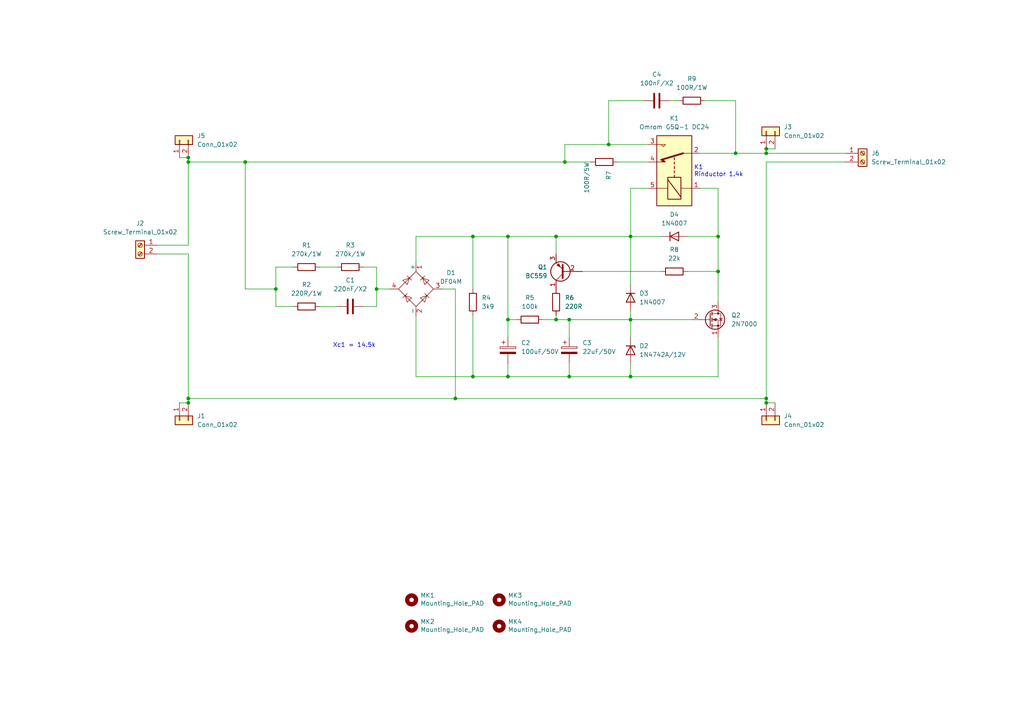
<source format=kicad_sch>
(kicad_sch (version 20211123) (generator eeschema)
  (paper "A4")
  (title_block (title "Inrush Current Limiter Relais") (date "2022-02-07") (rev "V1"))
  (lib_symbols
    (symbol "Connector:Screw_Terminal_01x02" (pin_names (offset 1.016) hide)
      (property "Reference" "J" (at 0 2.54 0))
      (property "Value" "Screw_Terminal_01x02" (at 0 -5.08 0))
      (symbol "Screw_Terminal_01x02_1_1"
        (rectangle (start -1.27 1.27) (end 1.27 -3.81) (stroke (width 0.254)) (fill (type background)))
        (circle (center 0 -2.54) (radius 0.635) (stroke (width 0.1524)))
        (polyline (pts (xy -0.5334 -2.2098) (xy 0.3302 -3.048)) (stroke (width 0.1524)))
        (polyline (pts (xy -0.5334 0.3302) (xy 0.3302 -0.508)) (stroke (width 0.1524)))
        (polyline (pts (xy -0.3556 -2.032) (xy 0.508 -2.8702)) (stroke (width 0.1524)))
        (polyline (pts (xy -0.3556 0.508) (xy 0.508 -0.3302)) (stroke (width 0.1524)))
        (circle (center 0 0) (radius 0.635) (stroke (width 0.1524)))
        (pin passive line (at -5.08 0 0) (length 3.81) (name "Pin_1") (number "1"))
        (pin passive line (at -5.08 -2.54 0) (length 3.81) (name "Pin_2") (number "2"))
      )
    )
    (symbol "Connector_Generic:Conn_01x02" (pin_names (offset 1.016) hide)
      (property "Reference" "J" (at 0 2.54 0))
      (property "Value" "Conn_01x02" (at 0 -5.08 0))
      (symbol "Conn_01x02_1_1"
        (rectangle (start -1.27 -2.413) (end 0 -2.667) (stroke (width 0.1524)))
        (rectangle (start -1.27 0.127) (end 0 -0.127) (stroke (width 0.1524)))
        (rectangle (start -1.27 1.27) (end 1.27 -3.81) (stroke (width 0.254)) (fill (type background)))
        (pin passive line (at -5.08 0 0) (length 3.81) (name "Pin_1") (number "1"))
        (pin passive line (at -5.08 -2.54 0) (length 3.81) (name "Pin_2") (number "2"))
      )
    )
    (symbol "Device:C" (pin_numbers hide) (pin_names (offset 0.254))
      (property "Reference" "C" (at 0.635 2.54 0))
      (property "Value" "C" (at 0.635 -2.54 0))
      (symbol "C_0_1"
        (polyline (pts (xy -2.032 -0.762) (xy 2.032 -0.762)) (stroke (width 0.508)))
        (polyline (pts (xy -2.032 0.762) (xy 2.032 0.762)) (stroke (width 0.508)))
      )
      (symbol "C_1_1"
        (pin passive line (at 0 3.81 270) (length 2.794) (name "~") (number "1"))
        (pin passive line (at 0 -3.81 90) (length 2.794) (name "~") (number "2"))
      )
    )
    (symbol "Device:C_Polarized" (pin_numbers hide) (pin_names (offset 0.254))
      (property "Reference" "C" (at 0.635 2.54 0))
      (property "Value" "C_Polarized" (at 0.635 -2.54 0))
      (symbol "C_Polarized_0_1"
        (rectangle (start -2.286 0.508) (end 2.286 1.016))
        (polyline (pts (xy -1.778 2.286) (xy -0.762 2.286)))
        (polyline (pts (xy -1.27 2.794) (xy -1.27 1.778)))
        (rectangle (start 2.286 -0.508) (end -2.286 -1.016) (fill (type outline)))
      )
      (symbol "C_Polarized_1_1"
        (pin passive line (at 0 3.81 270) (length 2.794) (name "~") (number "1"))
        (pin passive line (at 0 -3.81 90) (length 2.794) (name "~") (number "2"))
      )
    )
    (symbol "Device:R" (pin_numbers hide) (pin_names (offset 0))
      (property "Reference" "R" (at 2.032 0 90))
      (property "Value" "R" (at 0 0 90))
      (symbol "R_0_1"
        (rectangle (start -1.016 -2.54) (end 1.016 2.54) (stroke (width 0.254)))
      )
      (symbol "R_1_1"
        (pin passive line (at 0 3.81 270) (length 1.27) (name "~") (number "1"))
        (pin passive line (at 0 -3.81 90) (length 1.27) (name "~") (number "2"))
      )
    )
    (symbol "Diode:1N4007" (pin_numbers hide) (pin_names (offset 1.016) hide)
      (property "Reference" "D" (at 0 2.54 0))
      (property "Value" "1N4007" (at 0 -2.54 0))
      (symbol "1N4007_0_1"
        (polyline (pts (xy -1.27 1.27) (xy -1.27 -1.27)) (stroke (width 0.254)))
        (polyline (pts (xy 1.27 0) (xy -1.27 0)))
        (polyline (pts (xy 1.27 1.27) (xy 1.27 -1.27) (xy -1.27 0) (xy 1.27 1.27)) (stroke (width 0.254)))
      )
      (symbol "1N4007_1_1"
        (pin passive line (at -3.81 0 0) (length 2.54) (name "K") (number "1"))
        (pin passive line (at 3.81 0 180) (length 2.54) (name "A") (number "2"))
      )
    )
    (symbol "Diode:1N47xxA" (pin_numbers hide) (pin_names (offset 1.016) hide)
      (property "Reference" "D" (at 0 2.54 0))
      (property "Value" "1N47xxA" (at 0 -2.54 0))
      (symbol "1N47xxA_0_1"
        (polyline (pts (xy 1.27 0) (xy -1.27 0)))
        (polyline (pts (xy -1.27 -1.27) (xy -1.27 1.27) (xy -0.762 1.27)) (stroke (width 0.254)))
        (polyline (pts (xy 1.27 -1.27) (xy 1.27 1.27) (xy -1.27 0) (xy 1.27 -1.27)) (stroke (width 0.254)))
      )
      (symbol "1N47xxA_1_1"
        (pin passive line (at -3.81 0 0) (length 2.54) (name "K") (number "1"))
        (pin passive line (at 3.81 0 180) (length 2.54) (name "A") (number "2"))
      )
    )
    (symbol "Diode_Bridge:DF04M" (pin_names (offset 0))
      (property "Reference" "D" (at 2.54 6.985 0))
      (property "Value" "DF04M" (at 2.54 5.08 0))
      (symbol "DF04M_0_1"
        (polyline (pts (xy -2.54 3.81) (xy -1.27 2.54)))
        (polyline (pts (xy -1.27 -2.54) (xy -2.54 -3.81)))
        (polyline (pts (xy 2.54 -1.27) (xy 3.81 -2.54)))
        (polyline (pts (xy 2.54 1.27) (xy 3.81 2.54)))
        (polyline (pts (xy -3.81 2.54) (xy -2.54 1.27) (xy -1.905 3.175) (xy -3.81 2.54)))
        (polyline (pts (xy -2.54 -1.27) (xy -3.81 -2.54) (xy -1.905 -3.175) (xy -2.54 -1.27)))
        (polyline (pts (xy 1.27 2.54) (xy 2.54 3.81) (xy 3.175 1.905) (xy 1.27 2.54)))
        (polyline (pts (xy 3.175 -1.905) (xy 1.27 -2.54) (xy 2.54 -3.81) (xy 3.175 -1.905)))
        (polyline (pts (xy -5.08 0) (xy 0 -5.08) (xy 5.08 0) (xy 0 5.08) (xy -5.08 0)))
      )
      (symbol "DF04M_1_1"
        (pin passive line (at 7.62 0 180) (length 2.54) (name "+") (number "1"))
        (pin passive line (at -7.62 0 0) (length 2.54) (name "-") (number "2"))
        (pin passive line (at 0 -7.62 90) (length 2.54) (name "~") (number "3"))
        (pin passive line (at 0 7.62 270) (length 2.54) (name "~") (number "4"))
      )
    )
    (symbol "Mechanical:MountingHole" (pin_names (offset 1.016))
      (property "Reference" "H" (at 0 5.08 0))
      (property "Value" "MountingHole" (at 0 3.175 0))
      (symbol "MountingHole_0_1"
        (circle (center 0 0) (radius 1.27) (stroke (width 1.27)))
      )
    )
    (symbol "Relay:G5Q-1"
      (property "Reference" "K" (at 11.43 3.81 0))
      (property "Value" "G5Q-1" (at 11.43 1.27 0))
      (symbol "G5Q-1_0_0"
        (polyline (pts (xy 7.62 5.08) (xy 7.62 2.54) (xy 6.985 3.175) (xy 7.62 3.81)))
      )
      (symbol "G5Q-1_0_1"
        (rectangle (start -10.16 5.08) (end 10.16 -5.08) (stroke (width 0.254)) (fill (type background)))
        (rectangle (start -8.255 1.905) (end -1.905 -1.905) (stroke (width 0.254)))
        (polyline (pts (xy -7.62 -1.905) (xy -2.54 1.905)) (stroke (width 0.254)))
        (polyline (pts (xy -5.08 -5.08) (xy -5.08 -1.905)))
        (polyline (pts (xy -5.08 5.08) (xy -5.08 1.905)))
        (polyline (pts (xy -1.905 0) (xy -1.27 0)) (stroke (width 0.254)))
        (polyline (pts (xy -0.635 0) (xy 0 0)) (stroke (width 0.254)))
        (polyline (pts (xy 0.635 0) (xy 1.27 0)) (stroke (width 0.254)))
        (polyline (pts (xy 1.905 0) (xy 2.54 0)) (stroke (width 0.254)))
        (polyline (pts (xy 3.175 0) (xy 3.81 0)) (stroke (width 0.254)))
        (polyline (pts (xy 5.08 -2.54) (xy 3.175 3.81)) (stroke (width 0.508)))
        (polyline (pts (xy 5.08 -2.54) (xy 5.08 -5.08)))
        (polyline (pts (xy 2.54 5.08) (xy 2.54 2.54) (xy 3.175 3.175) (xy 2.54 3.81)) (fill (type outline)))
      )
      (symbol "G5Q-1_1_1"
        (pin passive line (at -5.08 -7.62 90) (length 2.54) (name "~") (number "1"))
        (pin passive line (at 5.08 -7.62 90) (length 2.54) (name "~") (number "2"))
        (pin passive line (at 7.62 7.62 270) (length 2.54) (name "~") (number "3"))
        (pin passive line (at 2.54 7.62 270) (length 2.54) (name "~") (number "4"))
        (pin passive line (at -5.08 7.62 270) (length 2.54) (name "~") (number "5"))
      )
    )
    (symbol "Transistor_BJT:BC559" (pin_names (offset 0) hide)
      (property "Reference" "Q" (at 5.08 1.905 0))
      (property "Value" "BC559" (at 5.08 0 0))
      (symbol "BC559_0_1"
        (polyline (pts (xy 0.635 0.635) (xy 2.54 2.54)))
        (polyline (pts (xy 0.635 -0.635) (xy 2.54 -2.54) (xy 2.54 -2.54)))
        (polyline (pts (xy 0.635 1.905) (xy 0.635 -1.905) (xy 0.635 -1.905)) (stroke (width 0.508)))
        (polyline (pts (xy 2.286 -1.778) (xy 1.778 -2.286) (xy 1.27 -1.27) (xy 2.286 -1.778) (xy 2.286 -1.778)) (fill (type outline)))
        (circle (center 1.27 0) (radius 2.8194) (stroke (width 0.254)))
      )
      (symbol "BC559_1_1"
        (pin passive line (at 2.54 5.08 270) (length 2.54) (name "C") (number "1"))
        (pin input line (at -5.08 0 0) (length 5.715) (name "B") (number "2"))
        (pin passive line (at 2.54 -5.08 90) (length 2.54) (name "E") (number "3"))
      )
    )
    (symbol "Transistor_FET:2N7000" (pin_names hide)
      (property "Reference" "Q" (at 5.08 1.905 0))
      (property "Value" "2N7000" (at 5.08 0 0))
      (symbol "2N7000_0_1"
        (polyline (pts (xy 0.254 0) (xy -2.54 0)))
        (polyline (pts (xy 0.254 1.905) (xy 0.254 -1.905)) (stroke (width 0.254)))
        (polyline (pts (xy 0.762 -1.27) (xy 0.762 -2.286)) (stroke (width 0.254)))
        (polyline (pts (xy 0.762 0.508) (xy 0.762 -0.508)) (stroke (width 0.254)))
        (polyline (pts (xy 0.762 2.286) (xy 0.762 1.27)) (stroke (width 0.254)))
        (polyline (pts (xy 2.54 2.54) (xy 2.54 1.778)))
        (polyline (pts (xy 2.54 -2.54) (xy 2.54 0) (xy 0.762 0)))
        (polyline (pts (xy 0.762 -1.778) (xy 3.302 -1.778) (xy 3.302 1.778) (xy 0.762 1.778)))
        (polyline (pts (xy 1.016 0) (xy 2.032 0.381) (xy 2.032 -0.381) (xy 1.016 0)) (fill (type outline)))
        (polyline (pts (xy 2.794 0.508) (xy 2.921 0.381) (xy 3.683 0.381) (xy 3.81 0.254)))
        (polyline (pts (xy 3.302 0.381) (xy 2.921 -0.254) (xy 3.683 -0.254) (xy 3.302 0.381)))
        (circle (center 1.651 0) (radius 2.794) (stroke (width 0.254)))
        (circle (center 2.54 -1.778) (radius 0.254) (fill (type outline)))
        (circle (center 2.54 1.778) (radius 0.254) (fill (type outline)))
      )
      (symbol "2N7000_1_1"
        (pin passive line (at 2.54 -5.08 90) (length 2.54) (name "S") (number "1"))
        (pin input line (at -5.08 0 0) (length 2.54) (name "G") (number "2"))
        (pin passive line (at 2.54 5.08 270) (length 2.54) (name "D") (number "3"))
      )
    )
  )
  (junction (at 54.61 45.72))
  (junction (at 222.25 44.45))
  (junction (at 165.1 92.71))
  (junction (at 54.61 46.99))
  (junction (at 80.01 83.82))
  (junction (at 54.61 116.84))
  (junction (at 176.53 41.91))
  (junction (at 109.22 83.82))
  (junction (at 182.88 92.71))
  (junction (at 161.29 68.58))
  (junction (at 147.32 109.22))
  (junction (at 182.88 68.58))
  (junction (at 222.25 115.57))
  (junction (at 222.25 116.84))
  (junction (at 208.28 68.58))
  (junction (at 137.16 68.58))
  (junction (at 161.29 92.71))
  (junction (at 163.83 46.99))
  (junction (at 71.12 46.99))
  (junction (at 137.16 109.22))
  (junction (at 165.1 109.22))
  (junction (at 54.61 115.57))
  (junction (at 147.32 68.58))
  (junction (at 147.32 92.71))
  (junction (at 208.28 78.74))
  (junction (at 132.08 115.57))
  (junction (at 182.88 109.22))
  (junction (at 213.36 44.45))
  (junction (at 222.25 43.18))
  (wire (pts (xy 203.2 54.61) (xy 208.28 54.61)))
  (wire (pts (xy 168.91 78.74) (xy 191.77 78.74)))
  (wire (pts (xy 120.65 91.44) (xy 120.65 109.22)))
  (wire (pts (xy 182.88 109.22) (xy 165.1 109.22)))
  (wire (pts (xy 161.29 68.58) (xy 147.32 68.58)))
  (wire (pts (xy 182.88 92.71) (xy 182.88 97.79)))
  (wire (pts (xy 161.29 92.71) (xy 165.1 92.71)))
  (wire (pts (xy 147.32 109.22) (xy 147.32 105.41)))
  (wire (pts (xy 213.36 29.21) (xy 213.36 44.45)))
  (wire (pts (xy 182.88 68.58) (xy 182.88 54.61)))
  (wire (pts (xy 165.1 92.71) (xy 165.1 97.79)))
  (wire (pts (xy 105.41 77.47) (xy 109.22 77.47)))
  (wire (pts (xy 137.16 91.44) (xy 137.16 109.22)))
  (wire (pts (xy 147.32 92.71) (xy 147.32 97.79)))
  (wire (pts (xy 182.88 105.41) (xy 182.88 109.22)))
  (wire (pts (xy 176.53 29.21) (xy 176.53 41.91)))
  (wire (pts (xy 109.22 83.82) (xy 109.22 88.9)))
  (wire (pts (xy 52.07 45.72) (xy 54.61 45.72)))
  (wire (pts (xy 182.88 92.71) (xy 200.66 92.71)))
  (wire (pts (xy 191.77 68.58) (xy 182.88 68.58)))
  (wire (pts (xy 222.25 115.57) (xy 222.25 46.99)))
  (wire (pts (xy 137.16 109.22) (xy 147.32 109.22)))
  (wire (pts (xy 80.01 83.82) (xy 71.12 83.82)))
  (wire (pts (xy 165.1 92.71) (xy 182.88 92.71)))
  (wire (pts (xy 171.45 46.99) (xy 163.83 46.99)))
  (wire (pts (xy 54.61 45.72) (xy 54.61 46.99)))
  (wire (pts (xy 147.32 68.58) (xy 137.16 68.58)))
  (wire (pts (xy 92.71 88.9) (xy 97.79 88.9)))
  (wire (pts (xy 80.01 77.47) (xy 80.01 83.82)))
  (wire (pts (xy 109.22 77.47) (xy 109.22 83.82)))
  (wire (pts (xy 147.32 68.58) (xy 147.32 92.71)))
  (wire (pts (xy 163.83 46.99) (xy 71.12 46.99)))
  (wire (pts (xy 54.61 115.57) (xy 54.61 116.84)))
  (wire (pts (xy 45.72 71.12) (xy 54.61 71.12)))
  (wire (pts (xy 85.09 77.47) (xy 80.01 77.47)))
  (wire (pts (xy 137.16 68.58) (xy 137.16 83.82)))
  (wire (pts (xy 132.08 115.57) (xy 222.25 115.57)))
  (wire (pts (xy 199.39 68.58) (xy 208.28 68.58)))
  (wire (pts (xy 208.28 97.79) (xy 208.28 109.22)))
  (wire (pts (xy 208.28 54.61) (xy 208.28 68.58)))
  (wire (pts (xy 186.69 29.21) (xy 176.53 29.21)))
  (wire (pts (xy 222.25 44.45) (xy 245.11 44.45)))
  (wire (pts (xy 54.61 46.99) (xy 54.61 71.12)))
  (wire (pts (xy 165.1 105.41) (xy 165.1 109.22)))
  (wire (pts (xy 71.12 83.82) (xy 71.12 46.99)))
  (wire (pts (xy 161.29 92.71) (xy 161.29 91.44)))
  (wire (pts (xy 208.28 78.74) (xy 208.28 87.63)))
  (wire (pts (xy 132.08 83.82) (xy 132.08 115.57)))
  (wire (pts (xy 222.25 43.18) (xy 222.25 44.45)))
  (wire (pts (xy 176.53 41.91) (xy 163.83 41.91)))
  (wire (pts (xy 208.28 109.22) (xy 182.88 109.22)))
  (wire (pts (xy 165.1 109.22) (xy 147.32 109.22)))
  (wire (pts (xy 222.25 116.84) (xy 224.79 116.84)))
  (wire (pts (xy 109.22 83.82) (xy 113.03 83.82)))
  (wire (pts (xy 45.72 73.66) (xy 54.61 73.66)))
  (wire (pts (xy 222.25 46.99) (xy 245.11 46.99)))
  (wire (pts (xy 71.12 46.99) (xy 54.61 46.99)))
  (wire (pts (xy 157.48 92.71) (xy 161.29 92.71)))
  (wire (pts (xy 163.83 41.91) (xy 163.83 46.99)))
  (wire (pts (xy 213.36 44.45) (xy 222.25 44.45)))
  (wire (pts (xy 182.88 68.58) (xy 161.29 68.58)))
  (wire (pts (xy 222.25 115.57) (xy 222.25 116.84)))
  (wire (pts (xy 149.86 92.71) (xy 147.32 92.71)))
  (wire (pts (xy 80.01 88.9) (xy 85.09 88.9)))
  (wire (pts (xy 120.65 68.58) (xy 120.65 76.2)))
  (wire (pts (xy 128.27 83.82) (xy 132.08 83.82)))
  (wire (pts (xy 92.71 77.47) (xy 97.79 77.47)))
  (wire (pts (xy 194.31 29.21) (xy 196.85 29.21)))
  (wire (pts (xy 54.61 115.57) (xy 132.08 115.57)))
  (wire (pts (xy 208.28 68.58) (xy 208.28 78.74)))
  (wire (pts (xy 120.65 109.22) (xy 137.16 109.22)))
  (wire (pts (xy 54.61 73.66) (xy 54.61 115.57)))
  (wire (pts (xy 161.29 68.58) (xy 161.29 73.66)))
  (wire (pts (xy 222.25 43.18) (xy 224.79 43.18)))
  (wire (pts (xy 182.88 68.58) (xy 182.88 82.55)))
  (wire (pts (xy 109.22 88.9) (xy 105.41 88.9)))
  (wire (pts (xy 179.07 46.99) (xy 187.96 46.99)))
  (wire (pts (xy 137.16 68.58) (xy 120.65 68.58)))
  (wire (pts (xy 182.88 90.17) (xy 182.88 92.71)))
  (wire (pts (xy 80.01 83.82) (xy 80.01 88.9)))
  (wire (pts (xy 187.96 41.91) (xy 176.53 41.91)))
  (wire (pts (xy 204.47 29.21) (xy 213.36 29.21)))
  (wire (pts (xy 182.88 54.61) (xy 187.96 54.61)))
  (wire (pts (xy 52.07 116.84) (xy 54.61 116.84)))
  (wire (pts (xy 203.2 44.45) (xy 213.36 44.45)))
  (wire (pts (xy 199.39 78.74) (xy 208.28 78.74)))
  (text "K1\nRinductor 1.4k" (at 201.295 51.435 0) (effects (font (size 1.27 1.27)) (justify left bottom)))
  (text "Xc1 = 14.5k" (at 96.52 100.965 0) (effects (font (size 1.27 1.27)) (justify left bottom)))
  (symbol (lib_id "Device:R") (at 161.29 87.63 180) (unit 1)
    (property "Reference" "R6" (at 163.83 86.3599 0) (effects (justify right)))
    (property "Value" "220R" (at 163.83 88.8999 0) (effects (justify right)))
    (property "Footprint" "Resistor_THT:R_Axial_DIN0207_L6.3mm_D2.5mm_P10.16mm_Horizontal" (effects hide))
  )
  (symbol (lib_id "Connector_Generic:Conn_01x02") (at 222.25 121.92 90) (mirror x) (unit 1)
    (property "Reference" "J4" (at 227.33 120.6499 90) (effects (justify right)))
    (property "Value" "Conn_01x02" (at 227.33 123.1899 90) (effects (justify right)))
    (property "Footprint" "kicad-snk:TE_62409-1" (effects hide))
  )
  (symbol (lib_id "Device:R") (at 88.9 88.9 90) (unit 1)
    (property "Reference" "R2" (at 88.9 82.55 90))
    (property "Value" "220R/1W" (at 88.9 85.09 90))
    (property "Footprint" "Resistor_THT:R_Axial_DIN0207_L6.3mm_D2.5mm_P15.24mm_Horizontal" (effects hide))
  )
  (symbol (lib_id "Device:R") (at 195.58 78.74 90) (unit 1)
    (property "Reference" "R8" (at 195.58 72.39 90))
    (property "Value" "22k" (at 195.58 74.93 90))
    (property "Footprint" "Resistor_THT:R_Axial_DIN0207_L6.3mm_D2.5mm_P10.16mm_Horizontal" (effects hide))
  )
  (symbol (lib_id "Mechanical:MountingHole") (at 144.78 181.61 0) (unit 1)
    (property "Reference" "MK4" (at 147.32 180.3146 0) (effects (justify left)))
    (property "Value" "Mounting_Hole_PAD" (at 147.32 182.626 0) (effects (justify left)))
    (property "Footprint" "MountingHole:MountingHole_3.2mm_M3_Pad_Via" (effects hide))
  )
  (symbol (lib_id "Mechanical:MountingHole") (at 119.38 181.61 0) (unit 1)
    (property "Reference" "MK2" (at 121.92 180.3146 0) (effects (justify left)))
    (property "Value" "Mounting_Hole_PAD" (at 121.92 182.626 0) (effects (justify left)))
    (property "Footprint" "MountingHole:MountingHole_3.2mm_M3_Pad_Via" (effects hide))
  )
  (symbol (lib_id "Transistor_BJT:BC559") (at 163.83 78.74 180) (unit 1)
    (property "Reference" "Q1" (at 158.75 77.4699 0) (effects (justify left)))
    (property "Value" "BC559" (at 158.75 80.0099 0) (effects (justify left)))
    (property "Footprint" "Package_TO_SOT_THT:TO-92_Inline" (effects hide))
    (property "Datasheet" "https://www.onsemi.com/pub/Collateral/BC556BTA-D.pdf" (effects hide))
  )
  (symbol (lib_id "Mechanical:MountingHole") (at 144.78 173.99 0) (unit 1)
    (property "Reference" "MK3" (at 147.32 172.6946 0) (effects (justify left)))
    (property "Value" "Mounting_Hole_PAD" (at 147.32 175.006 0) (effects (justify left)))
    (property "Footprint" "MountingHole:MountingHole_3.2mm_M3_Pad_Via" (effects hide))
  )
  (symbol (lib_id "Connector_Generic:Conn_01x02") (at 52.07 40.64 90) (unit 1)
    (property "Reference" "J5" (at 57.15 39.3699 90) (effects (justify right)))
    (property "Value" "Conn_01x02" (at 57.15 41.9099 90) (effects (justify right)))
    (property "Footprint" "kicad-snk:TE_62409-1" (effects hide))
  )
  (symbol (lib_id "Device:R") (at 200.66 29.21 90) (unit 1)
    (property "Reference" "R9" (at 200.66 22.86 90))
    (property "Value" "100R/1W" (at 200.66 25.4 90))
    (property "Footprint" "Resistor_THT:R_Axial_DIN0207_L6.3mm_D2.5mm_P15.24mm_Horizontal" (effects hide))
  )
  (symbol (lib_id "Device:R") (at 175.26 46.99 270) (unit 1)
    (property "Reference" "R7" (at 176.5301 49.53 0) (effects (justify left)))
    (property "Value" "100R/5W" (at 170.18 46.99 0) (effects (justify left)))
    (property "Footprint" "Resistor_THT:R_Axial_Power_L25.0mm_W9.0mm_P30.48mm" (effects hide))
  )
  (symbol (lib_id "Diode:1N47xxA") (at 182.88 101.6 270) (unit 1)
    (property "Reference" "D2" (at 185.42 100.3299 90) (effects (justify left)))
    (property "Value" "1N4742A/12V" (at 185.42 102.8699 90) (effects (justify left)))
    (property "Footprint" "Diode_THT:D_DO-41_SOD81_P10.16mm_Horizontal" (effects hide))
    (property "Datasheet" "https://www.vishay.com/docs/85816/1n4728a.pdf" (effects hide))
  )
  (symbol (lib_id "Connector:Screw_Terminal_01x02") (at 40.64 71.12 0) (mirror y) (unit 1)
    (property "Reference" "J2" (at 40.64 64.77 0))
    (property "Value" "Screw_Terminal_01x02" (at 40.64 67.31 0))
    (property "Footprint" "TerminalBlock_RND:TerminalBlock_RND_205-00012_1x02_P5.00mm_Horizontal" (effects hide))
  )
  (symbol (lib_id "Connector:Screw_Terminal_01x02") (at 250.19 44.45 0) (unit 1)
    (property "Reference" "J6" (at 252.73 44.4499 0) (effects (justify left)))
    (property "Value" "Screw_Terminal_01x02" (at 252.73 46.9899 0) (effects (justify left)))
    (property "Footprint" "TerminalBlock_RND:TerminalBlock_RND_205-00012_1x02_P5.00mm_Horizontal" (effects hide))
  )
  (symbol (lib_id "Device:R") (at 101.6 77.47 90) (unit 1)
    (property "Reference" "R3" (at 101.6 71.12 90))
    (property "Value" "270k/1W" (at 101.6 73.66 90))
    (property "Footprint" "Resistor_THT:R_Axial_DIN0207_L6.3mm_D2.5mm_P15.24mm_Horizontal" (effects hide))
  )
  (symbol (lib_id "Diode:1N4007") (at 182.88 86.36 270) (unit 1)
    (property "Reference" "D3" (at 185.42 85.0899 90) (effects (justify left)))
    (property "Value" "1N4007" (at 185.42 87.6299 90) (effects (justify left)))
    (property "Footprint" "Diode_THT:D_DO-41_SOD81_P10.16mm_Horizontal" (effects hide))
    (property "Datasheet" "http://www.vishay.com/docs/88503/1n4001.pdf" (effects hide))
  )
  (symbol (lib_id "Connector_Generic:Conn_01x02") (at 222.25 38.1 90) (unit 1)
    (property "Reference" "J3" (at 227.33 36.8299 90) (effects (justify right)))
    (property "Value" "Conn_01x02" (at 227.33 39.3699 90) (effects (justify right)))
    (property "Footprint" "kicad-snk:TE_62409-1" (effects hide))
  )
  (symbol (lib_id "Device:R") (at 88.9 77.47 90) (unit 1)
    (property "Reference" "R1" (at 88.9 71.12 90))
    (property "Value" "270k/1W" (at 88.9 73.66 90))
    (property "Footprint" "Resistor_THT:R_Axial_DIN0207_L6.3mm_D2.5mm_P15.24mm_Horizontal" (effects hide))
  )
  (symbol (lib_id "Device:C") (at 190.5 29.21 90) (unit 1)
    (property "Reference" "C4" (at 190.5 21.59 90))
    (property "Value" "100nF/X2" (at 190.5 24.13 90))
    (property "Footprint" "Capacitor_THT:C_Rect_L18.0mm_W5.0mm_P15.00mm_FKS3_FKP3" (effects hide))
  )
  (symbol (lib_id "Transistor_FET:2N7000") (at 205.74 92.71 0) (unit 1)
    (property "Reference" "Q2" (at 212.09 91.4399 0) (effects (justify left)))
    (property "Value" "2N7000" (at 212.09 93.9799 0) (effects (justify left)))
    (property "Footprint" "Package_TO_SOT_THT:TO-92_Inline" (effects hide))
    (property "Datasheet" "https://www.onsemi.com/pub/Collateral/NDS7002A-D.PDF" (effects hide))
  )
  (symbol (lib_id "Relay:G5Q-1") (at 195.58 49.53 90) (unit 1)
    (property "Reference" "K1" (at 195.58 34.29 90))
    (property "Value" "Omrom G5Q-1 DC24" (at 195.58 36.83 90))
    (property "Footprint" "Relay_THT:Relay_SPDT_Omron-G5Q-1" (effects hide))
    (property "Datasheet" "https://www.omron.com/ecb/products/pdf/en-g5q.pdf" (effects hide))
  )
  (symbol (lib_id "Diode_Bridge:DF04M") (at 120.65 83.82 90) (unit 1)
    (property "Reference" "D1" (at 130.81 79.121 90))
    (property "Value" "DF04M" (at 130.81 81.661 90))
    (property "Footprint" "Diode_THT:Diode_Bridge_DIP-4_W7.62mm_P5.08mm" (effects hide))
    (property "Datasheet" "http://www.vishay.com/docs/88571/dfm.pdf" (effects hide))
  )
  (symbol (lib_id "Device:R") (at 137.16 87.63 0) (unit 1)
    (property "Reference" "R4" (at 139.7 86.3599 0) (effects (justify left)))
    (property "Value" "3k9" (at 139.7 88.8999 0) (effects (justify left)))
    (property "Footprint" "Resistor_THT:R_Axial_DIN0207_L6.3mm_D2.5mm_P10.16mm_Horizontal" (effects hide))
  )
  (symbol (lib_id "Device:C_Polarized") (at 147.32 101.6 0) (unit 1)
    (property "Reference" "C2" (at 151.13 99.4409 0) (effects (justify left)))
    (property "Value" "100uF/50V" (at 151.13 101.9809 0) (effects (justify left)))
    (property "Footprint" "Capacitor_THT:CP_Radial_D8.0mm_P3.50mm" (effects hide))
  )
  (symbol (lib_id "Device:C_Polarized") (at 165.1 101.6 0) (unit 1)
    (property "Reference" "C3" (at 168.91 99.4409 0) (effects (justify left)))
    (property "Value" "22uF/50V" (at 168.91 101.9809 0) (effects (justify left)))
    (property "Footprint" "Capacitor_THT:CP_Radial_D5.0mm_P2.00mm" (effects hide))
  )
  (symbol (lib_id "Device:C") (at 101.6 88.9 90) (unit 1)
    (property "Reference" "C1" (at 101.6 81.28 90))
    (property "Value" "220nF/X2" (at 101.6 83.82 90))
    (property "Footprint" "Capacitor_THT:C_Rect_L18.0mm_W7.0mm_P15.00mm_FKS3_FKP3" (effects hide))
  )
  (symbol (lib_id "Device:R") (at 153.67 92.71 90) (unit 1)
    (property "Reference" "R5" (at 153.67 86.36 90))
    (property "Value" "100k" (at 153.67 88.9 90))
    (property "Footprint" "Resistor_THT:R_Axial_DIN0207_L6.3mm_D2.5mm_P10.16mm_Horizontal" (effects hide))
  )
  (symbol (lib_id "Mechanical:MountingHole") (at 119.38 173.99 0) (unit 1)
    (property "Reference" "MK1" (at 121.92 172.6946 0) (effects (justify left)))
    (property "Value" "Mounting_Hole_PAD" (at 121.92 175.006 0) (effects (justify left)))
    (property "Footprint" "MountingHole:MountingHole_3.2mm_M3_Pad_Via" (effects hide))
  )
  (symbol (lib_id "Connector_Generic:Conn_01x02") (at 52.07 121.92 90) (mirror x) (unit 1)
    (property "Reference" "J1" (at 57.15 120.6499 90) (effects (justify right)))
    (property "Value" "Conn_01x02" (at 57.15 123.1899 90) (effects (justify right)))
    (property "Footprint" "kicad-snk:TE_62409-1" (effects hide))
  )
  (symbol (lib_id "Diode:1N4007") (at 195.58 68.58 0) (unit 1)
    (property "Reference" "D4" (at 195.58 62.23 0))
    (property "Value" "1N4007" (at 195.58 64.77 0))
    (property "Footprint" "Diode_THT:D_DO-41_SOD81_P10.16mm_Horizontal" (effects hide))
    (property "Datasheet" "http://www.vishay.com/docs/88503/1n4001.pdf" (effects hide))
  )
)
</source>
